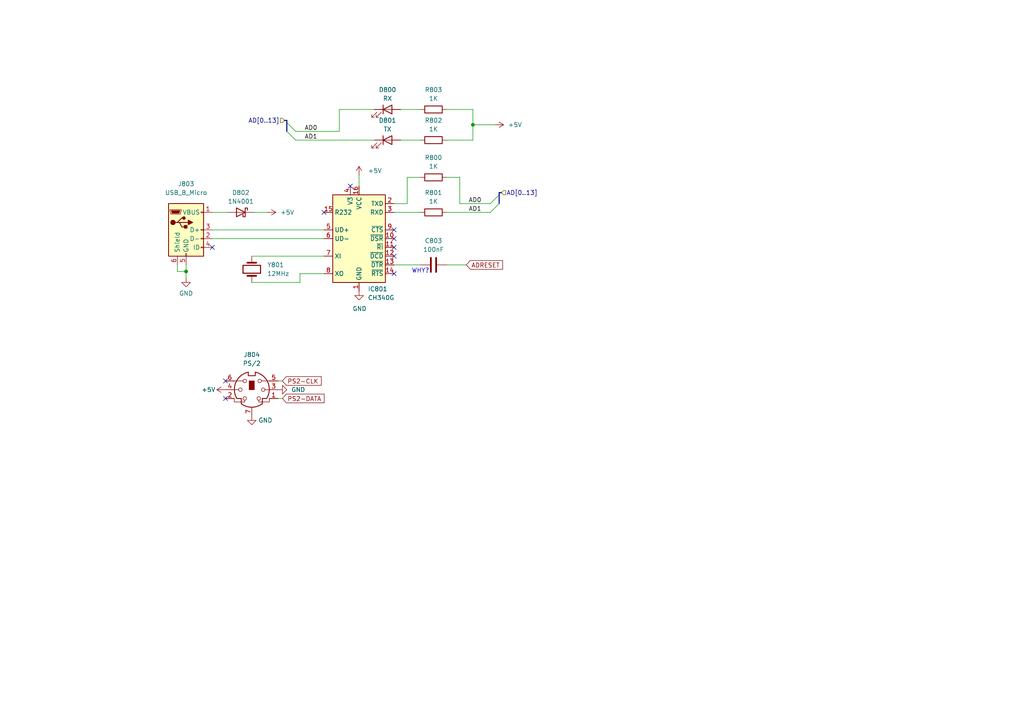
<source format=kicad_sch>
(kicad_sch (version 20211123) (generator eeschema)
  (paper "A4")
  (lib_symbols
    (symbol "Connector:USB_B_Micro" (pin_names (offset 1.016))
      (property "Reference" "J" (at -5.08 11.43 0))
      (property "Value" "USB_B_Micro" (at -5.08 8.89 0))
      (symbol "USB_B_Micro_0_1"
        (rectangle (start -5.08 -7.62) (end 5.08 7.62) (stroke (width 0.254)) (fill (type background)))
        (circle (center -3.81 2.159) (radius 0.635) (stroke (width 0.254)) (fill (type outline)))
        (circle (center -0.635 3.429) (radius 0.381) (stroke (width 0.254)) (fill (type outline)))
        (rectangle (start -0.127 -7.62) (end 0.127 -6.858))
        (polyline (pts (xy -1.905 2.159) (xy 0.635 2.159)) (stroke (width 0.254)))
        (polyline (pts (xy -3.175 2.159) (xy -2.54 2.159) (xy -1.27 3.429) (xy -0.635 3.429)) (stroke (width 0.254)))
        (polyline (pts (xy -2.54 2.159) (xy -1.905 2.159) (xy -1.27 0.889) (xy 0 0.889)) (stroke (width 0.254)))
        (polyline (pts (xy 0.635 2.794) (xy 0.635 1.524) (xy 1.905 2.159) (xy 0.635 2.794)) (stroke (width 0.254)) (fill (type outline)))
        (polyline (pts (xy -4.318 5.588) (xy -1.778 5.588) (xy -2.032 4.826) (xy -4.064 4.826) (xy -4.318 5.588)) (fill (type outline)))
        (polyline (pts (xy -4.699 5.842) (xy -4.699 5.588) (xy -4.445 4.826) (xy -4.445 4.572) (xy -1.651 4.572) (xy -1.651 4.826) (xy -1.397 5.588) (xy -1.397 5.842) (xy -4.699 5.842)))
        (rectangle (start 0.254 1.27) (end -0.508 0.508) (stroke (width 0.254)) (fill (type outline)))
        (rectangle (start 5.08 -5.207) (end 4.318 -4.953))
        (rectangle (start 5.08 -2.667) (end 4.318 -2.413))
        (rectangle (start 5.08 -0.127) (end 4.318 0.127))
        (rectangle (start 5.08 4.953) (end 4.318 5.207))
      )
      (symbol "USB_B_Micro_1_1"
        (pin power_out line (at 7.62 5.08 180) (length 2.54) (name "VBUS") (number "1"))
        (pin bidirectional line (at 7.62 -2.54 180) (length 2.54) (name "D-") (number "2"))
        (pin bidirectional line (at 7.62 0 180) (length 2.54) (name "D+") (number "3"))
        (pin passive line (at 7.62 -5.08 180) (length 2.54) (name "ID") (number "4"))
        (pin power_out line (at 0 -10.16 90) (length 2.54) (name "GND") (number "5"))
        (pin passive line (at -2.54 -10.16 90) (length 2.54) (name "Shield") (number "6"))
      )
    )
    (symbol "Device:C" (pin_numbers hide) (pin_names (offset 0.254))
      (property "Reference" "C" (at 0.635 2.54 0))
      (property "Value" "C" (at 0.635 -2.54 0))
      (symbol "C_0_1"
        (polyline (pts (xy -2.032 -0.762) (xy 2.032 -0.762)) (stroke (width 0.508)))
        (polyline (pts (xy -2.032 0.762) (xy 2.032 0.762)) (stroke (width 0.508)))
      )
      (symbol "C_1_1"
        (pin passive line (at 0 3.81 270) (length 2.794) (name "~") (number "1"))
        (pin passive line (at 0 -3.81 90) (length 2.794) (name "~") (number "2"))
      )
    )
    (symbol "Device:Crystal" (pin_numbers hide) (pin_names (offset 1.016) hide)
      (property "Reference" "Y" (at 0 3.81 0))
      (property "Value" "Crystal" (at 0 -3.81 0))
      (symbol "Crystal_0_1"
        (rectangle (start -1.143 2.54) (end 1.143 -2.54) (stroke (width 0.3048)))
        (polyline (pts (xy -2.54 0) (xy -1.905 0)))
        (polyline (pts (xy -1.905 -1.27) (xy -1.905 1.27)) (stroke (width 0.508)))
        (polyline (pts (xy 1.905 -1.27) (xy 1.905 1.27)) (stroke (width 0.508)))
        (polyline (pts (xy 2.54 0) (xy 1.905 0)))
      )
      (symbol "Crystal_1_1"
        (pin passive line (at -3.81 0 0) (length 1.27) (name "1") (number "1"))
        (pin passive line (at 3.81 0 180) (length 1.27) (name "2") (number "2"))
      )
    )
    (symbol "Device:D_Schottky" (pin_numbers hide) (pin_names (offset 1.016) hide)
      (property "Reference" "D" (at 0 2.54 0))
      (property "Value" "D_Schottky" (at 0 -2.54 0))
      (symbol "D_Schottky_0_1"
        (polyline (pts (xy 1.27 0) (xy -1.27 0)))
        (polyline (pts (xy 1.27 1.27) (xy 1.27 -1.27) (xy -1.27 0) (xy 1.27 1.27)) (stroke (width 0.254)))
        (polyline (pts (xy -1.905 0.635) (xy -1.905 1.27) (xy -1.27 1.27) (xy -1.27 -1.27) (xy -0.635 -1.27) (xy -0.635 -0.635)) (stroke (width 0.254)))
      )
      (symbol "D_Schottky_1_1"
        (pin passive line (at -3.81 0 0) (length 2.54) (name "K") (number "1"))
        (pin passive line (at 3.81 0 180) (length 2.54) (name "A") (number "2"))
      )
    )
    (symbol "Device:LED" (pin_numbers hide) (pin_names (offset 1.016) hide)
      (property "Reference" "D" (at 0 2.54 0))
      (property "Value" "LED" (at 0 -2.54 0))
      (symbol "LED_0_1"
        (polyline (pts (xy -1.27 -1.27) (xy -1.27 1.27)) (stroke (width 0.254)))
        (polyline (pts (xy -1.27 0) (xy 1.27 0)))
        (polyline (pts (xy 1.27 -1.27) (xy 1.27 1.27) (xy -1.27 0) (xy 1.27 -1.27)) (stroke (width 0.254)))
        (polyline (pts (xy -3.048 -0.762) (xy -4.572 -2.286) (xy -3.81 -2.286) (xy -4.572 -2.286) (xy -4.572 -1.524)))
        (polyline (pts (xy -1.778 -0.762) (xy -3.302 -2.286) (xy -2.54 -2.286) (xy -3.302 -2.286) (xy -3.302 -1.524)))
      )
      (symbol "LED_1_1"
        (pin passive line (at -3.81 0 0) (length 2.54) (name "K") (number "1"))
        (pin passive line (at 3.81 0 180) (length 2.54) (name "A") (number "2"))
      )
    )
    (symbol "Device:R" (pin_numbers hide) (pin_names (offset 0))
      (property "Reference" "R" (at 2.032 0 90))
      (property "Value" "R" (at 0 0 90))
      (symbol "R_0_1"
        (rectangle (start -1.016 -2.54) (end 1.016 2.54) (stroke (width 0.254)))
      )
      (symbol "R_1_1"
        (pin passive line (at 0 3.81 270) (length 1.27) (name "~") (number "1"))
        (pin passive line (at 0 -3.81 90) (length 1.27) (name "~") (number "2"))
      )
    )
    (symbol "Interface_USB:CH340G"
      (property "Reference" "U" (at -5.08 13.97 0))
      (property "Value" "CH340G" (at 1.27 13.97 0))
      (symbol "CH340G_0_1"
        (rectangle (start -7.62 12.7) (end 7.62 -12.7) (stroke (width 0.254)) (fill (type background)))
      )
      (symbol "CH340G_1_1"
        (pin power_in line (at 0 -15.24 90) (length 2.54) (name "GND") (number "1"))
        (pin input line (at 10.16 0 180) (length 2.54) (name "~{DSR}") (number "10"))
        (pin input line (at 10.16 -2.54 180) (length 2.54) (name "~{RI}") (number "11"))
        (pin input line (at 10.16 -5.08 180) (length 2.54) (name "~{DCD}") (number "12"))
        (pin output line (at 10.16 -7.62 180) (length 2.54) (name "~{DTR}") (number "13"))
        (pin output line (at 10.16 -10.16 180) (length 2.54) (name "~{RTS}") (number "14"))
        (pin input line (at -10.16 7.62 0) (length 2.54) (name "R232") (number "15"))
        (pin power_in line (at 0 15.24 270) (length 2.54) (name "VCC") (number "16"))
        (pin output line (at 10.16 10.16 180) (length 2.54) (name "TXD") (number "2"))
        (pin input line (at 10.16 7.62 180) (length 2.54) (name "RXD") (number "3"))
        (pin passive line (at -2.54 15.24 270) (length 2.54) (name "V3") (number "4"))
        (pin bidirectional line (at -10.16 2.54 0) (length 2.54) (name "UD+") (number "5"))
        (pin bidirectional line (at -10.16 0 0) (length 2.54) (name "UD-") (number "6"))
        (pin input line (at -10.16 -5.08 0) (length 2.54) (name "XI") (number "7"))
        (pin output line (at -10.16 -10.16 0) (length 2.54) (name "XO") (number "8"))
        (pin input line (at 10.16 2.54 180) (length 2.54) (name "~{CTS}") (number "9"))
      )
    )
    (symbol "MTKEYBOARD:Mini-DIN-6" (pin_names (offset 1.016))
      (property "Reference" "J**" (at 0.0177 10.16 0))
      (property "Value" "Mini-DIN-6" (at 0.0177 7.62 0))
      (symbol "Mini-DIN-6_0_1"
        (circle (center -3.302 0) (radius 0.508))
        (arc (start -3.048 -4.064) (mid 0 -5.08) (end 3.048 -4.064) (stroke (width 0.254)))
        (circle (center -2.032 -2.54) (radius 0.508))
        (circle (center -2.032 2.54) (radius 0.508))
        (arc (start -1.016 5.08) (mid -4.6243 2.1182) (end -4.318 -2.54) (stroke (width 0.254)))
        (rectangle (start -0.762 2.54) (end 0.762 0) (fill (type outline)))
        (polyline (pts (xy -3.81 0) (xy -5.08 0)))
        (polyline (pts (xy -2.54 2.54) (xy -5.08 2.54)))
        (polyline (pts (xy 2.794 2.54) (xy 5.08 2.54)))
        (polyline (pts (xy 5.08 0) (xy 3.81 0)))
        (polyline (pts (xy -4.318 -2.54) (xy -3.048 -2.54) (xy -3.048 -4.064)) (stroke (width 0.254)))
        (polyline (pts (xy 4.318 -2.54) (xy 3.048 -2.54) (xy 3.048 -4.064)) (stroke (width 0.254)))
        (polyline (pts (xy -2.032 -3.048) (xy -2.032 -3.556) (xy -5.08 -3.556) (xy -5.08 -2.54)))
        (polyline (pts (xy -1.016 5.08) (xy -1.016 4.064) (xy 1.016 4.064) (xy 1.016 5.08)) (stroke (width 0.254)))
        (polyline (pts (xy 2.032 -3.048) (xy 2.032 -3.556) (xy 5.08 -3.556) (xy 5.08 -2.54)))
        (circle (center 2.032 -2.54) (radius 0.508))
        (circle (center 2.286 2.54) (radius 0.508))
        (circle (center 3.302 0) (radius 0.508))
        (arc (start 4.318 -2.54) (mid 4.6646 2.1357) (end 1.016 5.08) (stroke (width 0.254)))
      )
      (symbol "Mini-DIN-6_1_1"
        (pin passive line (at 7.62 -2.54 180) (length 2.54) (name "~") (number "1"))
        (pin passive line (at -7.62 -2.54 0) (length 2.54) (name "~") (number "2"))
        (pin passive line (at 7.62 0 180) (length 2.54) (name "~") (number "3"))
        (pin passive line (at -7.62 0 0) (length 2.54) (name "~") (number "4"))
        (pin passive line (at 7.62 2.54 180) (length 2.54) (name "~") (number "5"))
        (pin passive line (at -7.62 2.54 0) (length 2.54) (name "~") (number "6"))
        (pin passive line (at 0 -7.62 90) (length 2.54) (name "~") (number "7"))
      )
    )
    (symbol "power:+5V" (power) (pin_names (offset 0))
      (property "Value" "+5V" (at 0 3.556 0))
      (symbol "+5V_0_1"
        (polyline (pts (xy -0.762 1.27) (xy 0 2.54)))
        (polyline (pts (xy 0 0) (xy 0 2.54)))
        (polyline (pts (xy 0 2.54) (xy 0.762 1.27)))
      )
      (symbol "+5V_1_1"
        (pin power_in line (at 0 0 90) (length 0) hide (name "+5V") (number "1"))
      )
    )
    (symbol "power:GND" (power) (pin_names (offset 0))
      (property "Value" "GND" (at 0 -3.81 0))
      (symbol "GND_0_1"
        (polyline (pts (xy 0 0) (xy 0 -1.27) (xy 1.27 -1.27) (xy 0 -2.54) (xy -1.27 -1.27) (xy 0 -1.27)))
      )
      (symbol "GND_1_1"
        (pin power_in line (at 0 0 270) (length 0) hide (name "GND") (number "1"))
      )
    )
  )
  (junction (at 137.16 36.195))
  (junction (at 53.975 78.74))
  (no_connect (at 61.595 71.755))
  (no_connect (at 101.6 53.975))
  (no_connect (at 114.3 66.675))
  (no_connect (at 65.405 110.49))
  (no_connect (at 65.405 115.57))
  (no_connect (at 114.3 79.375))
  (no_connect (at 114.3 74.295))
  (no_connect (at 114.3 71.755))
  (no_connect (at 93.98 61.595))
  (no_connect (at 114.3 69.215))
  (bus_entry (at 142.24 59.055) (size 2.54 -2.54))
  (bus_entry (at 85.725 40.64) (size -2.54 -2.54))
  (bus_entry (at 142.24 61.595) (size 2.54 -2.54))
  (bus_entry (at 85.725 38.1) (size -2.54 -2.54))
  (wire (pts (xy 86.995 81.915) (xy 73.025 81.915)))
  (wire (pts (xy 135.255 76.835) (xy 129.54 76.835)))
  (wire (pts (xy 98.425 38.1) (xy 98.425 31.75)))
  (wire (pts (xy 81.915 110.49) (xy 80.645 110.49)))
  (wire (pts (xy 98.425 38.1) (xy 85.725 38.1)))
  (wire (pts (xy 85.725 40.64) (xy 108.585 40.64)))
  (wire (pts (xy 73.66 61.595) (xy 77.47 61.595)))
  (wire (pts (xy 137.16 31.75) (xy 137.16 36.195)))
  (wire (pts (xy 114.3 59.055) (xy 118.11 59.055)))
  (wire (pts (xy 129.54 51.435) (xy 133.35 51.435)))
  (wire (pts (xy 86.995 79.375) (xy 86.995 81.915)))
  (wire (pts (xy 114.3 61.595) (xy 121.92 61.595)))
  (wire (pts (xy 142.24 59.055) (xy 133.35 59.055)))
  (bus (pts (xy 144.78 56.515) (xy 144.78 59.055)))
  (wire (pts (xy 53.975 78.74) (xy 53.975 80.645)))
  (wire (pts (xy 73.025 74.295) (xy 93.98 74.295)))
  (wire (pts (xy 137.16 40.64) (xy 137.16 36.195)))
  (wire (pts (xy 81.915 115.57) (xy 80.645 115.57)))
  (bus (pts (xy 83.185 35.56) (xy 83.185 38.1)))
  (wire (pts (xy 104.14 50.8) (xy 104.14 53.975)))
  (wire (pts (xy 98.425 31.75) (xy 108.585 31.75)))
  (wire (pts (xy 129.54 31.75) (xy 137.16 31.75)))
  (wire (pts (xy 129.54 40.64) (xy 137.16 40.64)))
  (bus (pts (xy 144.78 55.88) (xy 144.78 56.515)))
  (wire (pts (xy 51.435 78.74) (xy 53.975 78.74)))
  (wire (pts (xy 137.16 36.195) (xy 143.51 36.195)))
  (wire (pts (xy 114.3 76.835) (xy 121.92 76.835)))
  (wire (pts (xy 53.975 76.835) (xy 53.975 78.74)))
  (wire (pts (xy 116.205 40.64) (xy 121.92 40.64)))
  (wire (pts (xy 51.435 76.835) (xy 51.435 78.74)))
  (wire (pts (xy 61.595 66.675) (xy 93.98 66.675)))
  (wire (pts (xy 61.595 61.595) (xy 66.04 61.595)))
  (bus (pts (xy 145.415 55.88) (xy 144.78 55.88)))
  (wire (pts (xy 129.54 61.595) (xy 142.24 61.595)))
  (wire (pts (xy 118.11 51.435) (xy 121.92 51.435)))
  (bus (pts (xy 82.55 34.925) (xy 83.185 34.925)))
  (wire (pts (xy 116.205 31.75) (xy 121.92 31.75)))
  (wire (pts (xy 133.35 59.055) (xy 133.35 51.435)))
  (wire (pts (xy 61.595 69.215) (xy 93.98 69.215)))
  (bus (pts (xy 83.185 34.925) (xy 83.185 35.56)))
  (wire (pts (xy 118.11 59.055) (xy 118.11 51.435)))
  (wire (pts (xy 93.98 79.375) (xy 86.995 79.375)))
  (text "WHY?" (at 119.38 79.375 0) (effects (font (size 1.27 1.27)) (justify left bottom)))
  (label "AD0" (at 135.89 59.055 0))
  (label "AD1" (at 135.89 61.595 0))
  (label "AD1" (at 92.075 40.64 180))
  (label "AD0" (at 92.075 38.1 180))
  (global_label "PS2-DATA" (shape input) (at 81.915 115.57 0) (property "Intersheet References" "${INTERSHEET_REFS}" (effects hide)))
  (global_label "PS2-CLK" (shape input) (at 81.915 110.49 0) (property "Intersheet References" "${INTERSHEET_REFS}" (effects hide)))
  (global_label "ADRESET" (shape input) (at 135.255 76.835 0) (property "Intersheet References" "${INTERSHEET_REFS}" (effects hide)))
  (hierarchical_label "AD[0..13]" (shape input) (at 82.55 34.925 180))
  (hierarchical_label "AD[0..13]" (shape input) (at 145.415 55.88 0))
  (symbol (lib_id "power:+5V") (at 104.14 50.8 0) (unit 1)
    (property "Reference" "#PWR0112" (effects hide))
    (property "Value" "+5V" (at 106.68 49.5299 0) (effects (justify left)))
  )
  (symbol (lib_id "power:GND") (at 80.645 113.03 90) (unit 1)
    (property "Reference" "#PWR0127" (effects hide))
    (property "Value" "GND" (at 84.455 113.0299 90) (effects (justify right)))
  )
  (symbol (lib_id "Connector:USB_B_Micro") (at 53.975 66.675 0) (unit 1)
    (property "Reference" "J803" (at 53.975 53.34 0))
    (property "Value" "USB_B_Micro" (at 53.975 55.88 0))
    (property "Footprint" "USB_Micro-B_Molex-105017-0001" (effects hide))
  )
  (symbol (lib_id "Device:LED") (at 112.395 40.64 0) (unit 1)
    (property "Reference" "D801" (at 112.395 34.925 0))
    (property "Value" "TX" (at 112.395 37.465 0))
    (property "Footprint" "LED_THT:LED_D3.0mm" (effects hide))
  )
  (symbol (lib_id "Device:LED") (at 112.395 31.75 0) (unit 1)
    (property "Reference" "D800" (at 112.395 26.035 0))
    (property "Value" "RX" (at 112.395 28.575 0))
    (property "Footprint" "LED_THT:LED_D3.0mm" (effects hide))
  )
  (symbol (lib_id "power:+5V") (at 143.51 36.195 270) (unit 1)
    (property "Reference" "#PWR0110" (effects hide))
    (property "Value" "+5V" (at 147.32 36.1949 90) (effects (justify left)))
  )
  (symbol (lib_id "Device:R") (at 125.73 40.64 90) (unit 1)
    (property "Reference" "R802" (at 125.73 34.925 90))
    (property "Value" "1K" (at 125.73 37.465 90))
    (property "Footprint" "Resistor_THT:R_Axial_DIN0204_L3.6mm_D1.6mm_P7.62mm_Horizontal" (effects hide))
  )
  (symbol (lib_id "Device:Crystal") (at 73.025 78.105 270) (unit 1)
    (property "Reference" "Y801" (at 77.47 76.8349 90) (effects (justify left)))
    (property "Value" "12MHz" (at 77.47 79.3749 90) (effects (justify left)))
    (property "Footprint" "Crystal:Crystal_HC49-U_Vertical" (effects hide))
  )
  (symbol (lib_id "power:GND") (at 53.975 80.645 0) (unit 1)
    (property "Reference" "#PWR0113" (effects hide))
    (property "Value" "GND" (at 53.975 85.09 0))
  )
  (symbol (lib_id "Interface_USB:CH340G") (at 104.14 69.215 0) (unit 1)
    (property "Reference" "IC801" (at 106.68 83.82 0) (effects (justify left)))
    (property "Value" "CH340G" (at 106.68 86.36 0) (effects (justify left)))
    (property "Footprint" "Package_SO:SOIC-16_3.9x9.9mm_P1.27mm" (effects hide))
    (property "Datasheet" "http://www.datasheet5.com/pdf-local-2195953" (effects hide))
  )
  (symbol (lib_id "power:+5V") (at 65.405 113.03 90) (unit 1)
    (property "Reference" "#PWR0114" (effects hide))
    (property "Value" "+5V" (at 58.42 113.03 90) (effects (justify right)))
  )
  (symbol (lib_id "Device:D_Schottky") (at 69.85 61.595 0) (mirror y) (unit 1)
    (property "Reference" "D802" (at 69.85 55.88 0))
    (property "Value" "1N4001" (at 69.85 58.42 0))
    (property "Footprint" "Diode_THT:D_DO-41_SOD81_P10.16mm_Horizontal" (effects hide))
  )
  (symbol (lib_id "Device:C") (at 125.73 76.835 90) (unit 1)
    (property "Reference" "C803" (at 125.73 69.85 90))
    (property "Value" "100nF" (at 125.73 72.39 90))
    (property "Footprint" "Capacitor_THT:C_Disc_D4.3mm_W1.9mm_P5.00mm" (effects hide))
  )
  (symbol (lib_id "power:GND") (at 104.14 84.455 0) (unit 1)
    (property "Reference" "#PWR0130" (effects hide))
    (property "Value" "GND" (at 102.235 89.535 0) (effects (justify left)))
  )
  (symbol (lib_id "power:+5V") (at 77.47 61.595 270) (unit 1)
    (property "Reference" "#PWR0111" (effects hide))
    (property "Value" "+5V" (at 81.28 61.5949 90) (effects (justify left)))
  )
  (symbol (lib_id "Device:R") (at 125.73 61.595 90) (mirror x) (unit 1)
    (property "Reference" "R801" (at 125.73 55.88 90))
    (property "Value" "1K" (at 125.73 58.42 90))
    (property "Footprint" "Resistor_THT:R_Axial_DIN0204_L3.6mm_D1.6mm_P7.62mm_Horizontal" (effects hide))
  )
  (symbol (lib_id "MTKEYBOARD:Mini-DIN-6") (at 73.025 113.03 0) (unit 1)
    (property "Reference" "J804" (at 73.0427 102.87 0))
    (property "Value" "PS/2" (at 73.0427 105.41 0))
    (property "Footprint" "MTKeyboard:Connector_Mini-DIN_Female_6Pin_2rows" (effects hide))
  )
  (symbol (lib_id "Device:R") (at 125.73 51.435 90) (mirror x) (unit 1)
    (property "Reference" "R800" (at 125.73 45.72 90))
    (property "Value" "1K" (at 125.73 48.26 90))
    (property "Footprint" "Resistor_THT:R_Axial_DIN0204_L3.6mm_D1.6mm_P7.62mm_Horizontal" (effects hide))
  )
  (symbol (lib_id "Device:R") (at 125.73 31.75 90) (unit 1)
    (property "Reference" "R803" (at 125.73 26.035 90))
    (property "Value" "1K" (at 125.73 28.575 90))
    (property "Footprint" "Resistor_THT:R_Axial_DIN0204_L3.6mm_D1.6mm_P7.62mm_Horizontal" (effects hide))
  )
  (symbol (lib_id "power:GND") (at 73.025 120.65 0) (unit 1)
    (property "Reference" "#PWR0128" (effects hide))
    (property "Value" "GND" (at 74.93 121.9199 0) (effects (justify left)))
  )
)
</source>
